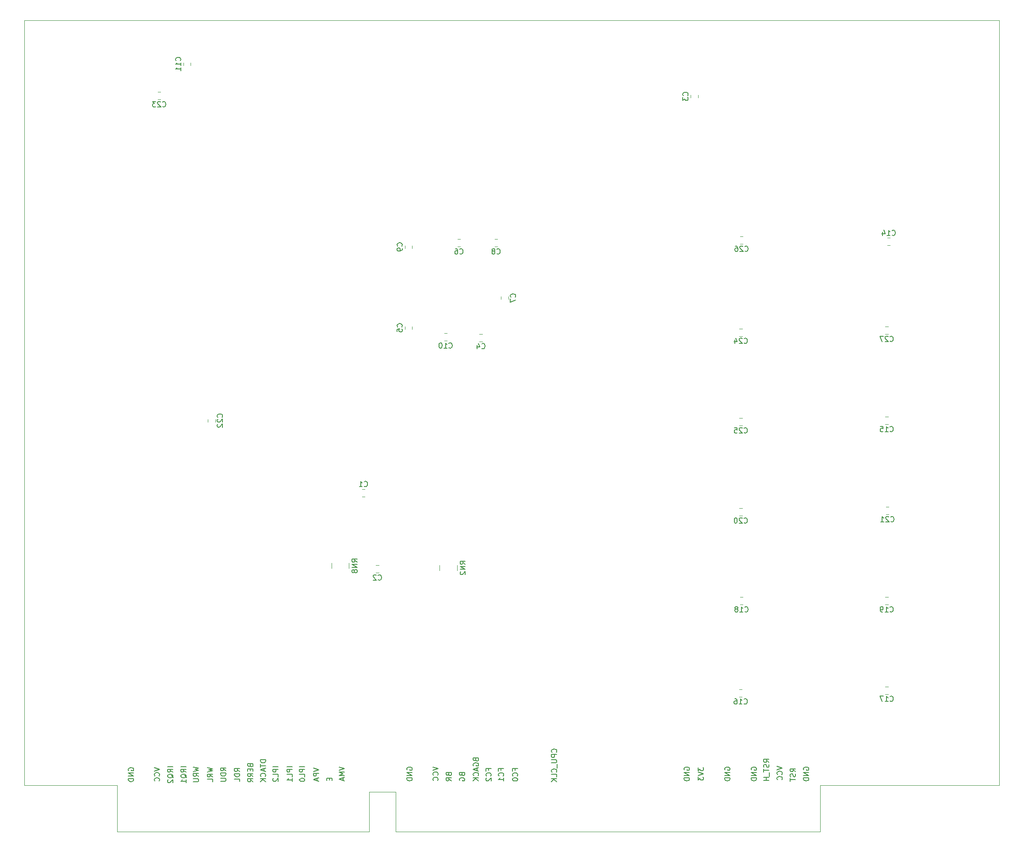
<source format=gbr>
%TF.GenerationSoftware,KiCad,Pcbnew,5.1.6-c6e7f7d~86~ubuntu18.04.1*%
%TF.CreationDate,2021-01-31T21:38:44+08:00*%
%TF.ProjectId,68k_dev,36386b5f-6465-4762-9e6b-696361645f70,rev?*%
%TF.SameCoordinates,Original*%
%TF.FileFunction,Legend,Bot*%
%TF.FilePolarity,Positive*%
%FSLAX46Y46*%
G04 Gerber Fmt 4.6, Leading zero omitted, Abs format (unit mm)*
G04 Created by KiCad (PCBNEW 5.1.6-c6e7f7d~86~ubuntu18.04.1) date 2021-01-31 21:38:44*
%MOMM*%
%LPD*%
G01*
G04 APERTURE LIST*
%ADD10C,0.150000*%
%TA.AperFunction,Profile*%
%ADD11C,0.050000*%
%TD*%
%ADD12C,0.120000*%
G04 APERTURE END LIST*
D10*
X158948380Y-155138619D02*
X158472190Y-154805285D01*
X158948380Y-154567190D02*
X157948380Y-154567190D01*
X157948380Y-154948142D01*
X157996000Y-155043380D01*
X158043619Y-155091000D01*
X158138857Y-155138619D01*
X158281714Y-155138619D01*
X158376952Y-155091000D01*
X158424571Y-155043380D01*
X158472190Y-154948142D01*
X158472190Y-154567190D01*
X158900761Y-155519571D02*
X158948380Y-155662428D01*
X158948380Y-155900523D01*
X158900761Y-155995761D01*
X158853142Y-156043380D01*
X158757904Y-156091000D01*
X158662666Y-156091000D01*
X158567428Y-156043380D01*
X158519809Y-155995761D01*
X158472190Y-155900523D01*
X158424571Y-155710047D01*
X158376952Y-155614809D01*
X158329333Y-155567190D01*
X158234095Y-155519571D01*
X158138857Y-155519571D01*
X158043619Y-155567190D01*
X157996000Y-155614809D01*
X157948380Y-155710047D01*
X157948380Y-155948142D01*
X157996000Y-156091000D01*
X157948380Y-156376714D02*
X157948380Y-156948142D01*
X158948380Y-156662428D02*
X157948380Y-156662428D01*
X159043619Y-157043380D02*
X159043619Y-157805285D01*
X158948380Y-158043380D02*
X157948380Y-158043380D01*
X158424571Y-158043380D02*
X158424571Y-158614809D01*
X158948380Y-158614809D02*
X157948380Y-158614809D01*
X160488380Y-155892666D02*
X161488380Y-156226000D01*
X160488380Y-156559333D01*
X161393142Y-157464095D02*
X161440761Y-157416476D01*
X161488380Y-157273619D01*
X161488380Y-157178380D01*
X161440761Y-157035523D01*
X161345523Y-156940285D01*
X161250285Y-156892666D01*
X161059809Y-156845047D01*
X160916952Y-156845047D01*
X160726476Y-156892666D01*
X160631238Y-156940285D01*
X160536000Y-157035523D01*
X160488380Y-157178380D01*
X160488380Y-157273619D01*
X160536000Y-157416476D01*
X160583619Y-157464095D01*
X161393142Y-158464095D02*
X161440761Y-158416476D01*
X161488380Y-158273619D01*
X161488380Y-158178380D01*
X161440761Y-158035523D01*
X161345523Y-157940285D01*
X161250285Y-157892666D01*
X161059809Y-157845047D01*
X160916952Y-157845047D01*
X160726476Y-157892666D01*
X160631238Y-157940285D01*
X160536000Y-158035523D01*
X160488380Y-158178380D01*
X160488380Y-158273619D01*
X160536000Y-158416476D01*
X160583619Y-158464095D01*
X164028380Y-156932380D02*
X163552190Y-156599047D01*
X164028380Y-156360952D02*
X163028380Y-156360952D01*
X163028380Y-156741904D01*
X163076000Y-156837142D01*
X163123619Y-156884761D01*
X163218857Y-156932380D01*
X163361714Y-156932380D01*
X163456952Y-156884761D01*
X163504571Y-156837142D01*
X163552190Y-156741904D01*
X163552190Y-156360952D01*
X163980761Y-157313333D02*
X164028380Y-157456190D01*
X164028380Y-157694285D01*
X163980761Y-157789523D01*
X163933142Y-157837142D01*
X163837904Y-157884761D01*
X163742666Y-157884761D01*
X163647428Y-157837142D01*
X163599809Y-157789523D01*
X163552190Y-157694285D01*
X163504571Y-157503809D01*
X163456952Y-157408571D01*
X163409333Y-157360952D01*
X163314095Y-157313333D01*
X163218857Y-157313333D01*
X163123619Y-157360952D01*
X163076000Y-157408571D01*
X163028380Y-157503809D01*
X163028380Y-157741904D01*
X163076000Y-157884761D01*
X163028380Y-158170476D02*
X163028380Y-158741904D01*
X164028380Y-158456190D02*
X163028380Y-158456190D01*
X165616000Y-156591095D02*
X165568380Y-156495857D01*
X165568380Y-156353000D01*
X165616000Y-156210142D01*
X165711238Y-156114904D01*
X165806476Y-156067285D01*
X165996952Y-156019666D01*
X166139809Y-156019666D01*
X166330285Y-156067285D01*
X166425523Y-156114904D01*
X166520761Y-156210142D01*
X166568380Y-156353000D01*
X166568380Y-156448238D01*
X166520761Y-156591095D01*
X166473142Y-156638714D01*
X166139809Y-156638714D01*
X166139809Y-156448238D01*
X166568380Y-157067285D02*
X165568380Y-157067285D01*
X166568380Y-157638714D01*
X165568380Y-157638714D01*
X166568380Y-158114904D02*
X165568380Y-158114904D01*
X165568380Y-158353000D01*
X165616000Y-158495857D01*
X165711238Y-158591095D01*
X165806476Y-158638714D01*
X165996952Y-158686333D01*
X166139809Y-158686333D01*
X166330285Y-158638714D01*
X166425523Y-158591095D01*
X166520761Y-158495857D01*
X166568380Y-158353000D01*
X166568380Y-158114904D01*
X155583000Y-156591095D02*
X155535380Y-156495857D01*
X155535380Y-156353000D01*
X155583000Y-156210142D01*
X155678238Y-156114904D01*
X155773476Y-156067285D01*
X155963952Y-156019666D01*
X156106809Y-156019666D01*
X156297285Y-156067285D01*
X156392523Y-156114904D01*
X156487761Y-156210142D01*
X156535380Y-156353000D01*
X156535380Y-156448238D01*
X156487761Y-156591095D01*
X156440142Y-156638714D01*
X156106809Y-156638714D01*
X156106809Y-156448238D01*
X156535380Y-157067285D02*
X155535380Y-157067285D01*
X156535380Y-157638714D01*
X155535380Y-157638714D01*
X156535380Y-158114904D02*
X155535380Y-158114904D01*
X155535380Y-158353000D01*
X155583000Y-158495857D01*
X155678238Y-158591095D01*
X155773476Y-158638714D01*
X155963952Y-158686333D01*
X156106809Y-158686333D01*
X156297285Y-158638714D01*
X156392523Y-158591095D01*
X156487761Y-158495857D01*
X156535380Y-158353000D01*
X156535380Y-158114904D01*
X150503000Y-156591095D02*
X150455380Y-156495857D01*
X150455380Y-156353000D01*
X150503000Y-156210142D01*
X150598238Y-156114904D01*
X150693476Y-156067285D01*
X150883952Y-156019666D01*
X151026809Y-156019666D01*
X151217285Y-156067285D01*
X151312523Y-156114904D01*
X151407761Y-156210142D01*
X151455380Y-156353000D01*
X151455380Y-156448238D01*
X151407761Y-156591095D01*
X151360142Y-156638714D01*
X151026809Y-156638714D01*
X151026809Y-156448238D01*
X151455380Y-157067285D02*
X150455380Y-157067285D01*
X151455380Y-157638714D01*
X150455380Y-157638714D01*
X151455380Y-158114904D02*
X150455380Y-158114904D01*
X150455380Y-158353000D01*
X150503000Y-158495857D01*
X150598238Y-158591095D01*
X150693476Y-158638714D01*
X150883952Y-158686333D01*
X151026809Y-158686333D01*
X151217285Y-158638714D01*
X151312523Y-158591095D01*
X151407761Y-158495857D01*
X151455380Y-158353000D01*
X151455380Y-158114904D01*
X145375380Y-156114904D02*
X145375380Y-156733952D01*
X145756333Y-156400619D01*
X145756333Y-156543476D01*
X145803952Y-156638714D01*
X145851571Y-156686333D01*
X145946809Y-156733952D01*
X146184904Y-156733952D01*
X146280142Y-156686333D01*
X146327761Y-156638714D01*
X146375380Y-156543476D01*
X146375380Y-156257761D01*
X146327761Y-156162523D01*
X146280142Y-156114904D01*
X145375380Y-157019666D02*
X146375380Y-157353000D01*
X145375380Y-157686333D01*
X145375380Y-157924428D02*
X145375380Y-158543476D01*
X145756333Y-158210142D01*
X145756333Y-158353000D01*
X145803952Y-158448238D01*
X145851571Y-158495857D01*
X145946809Y-158543476D01*
X146184904Y-158543476D01*
X146280142Y-158495857D01*
X146327761Y-158448238D01*
X146375380Y-158353000D01*
X146375380Y-158067285D01*
X146327761Y-157972047D01*
X146280142Y-157924428D01*
X142756000Y-156591095D02*
X142708380Y-156495857D01*
X142708380Y-156353000D01*
X142756000Y-156210142D01*
X142851238Y-156114904D01*
X142946476Y-156067285D01*
X143136952Y-156019666D01*
X143279809Y-156019666D01*
X143470285Y-156067285D01*
X143565523Y-156114904D01*
X143660761Y-156210142D01*
X143708380Y-156353000D01*
X143708380Y-156448238D01*
X143660761Y-156591095D01*
X143613142Y-156638714D01*
X143279809Y-156638714D01*
X143279809Y-156448238D01*
X143708380Y-157067285D02*
X142708380Y-157067285D01*
X143708380Y-157638714D01*
X142708380Y-157638714D01*
X143708380Y-158114904D02*
X142708380Y-158114904D01*
X142708380Y-158353000D01*
X142756000Y-158495857D01*
X142851238Y-158591095D01*
X142946476Y-158638714D01*
X143136952Y-158686333D01*
X143279809Y-158686333D01*
X143470285Y-158638714D01*
X143565523Y-158591095D01*
X143660761Y-158495857D01*
X143708380Y-158353000D01*
X143708380Y-158114904D01*
X118213142Y-153202000D02*
X118260761Y-153154380D01*
X118308380Y-153011523D01*
X118308380Y-152916285D01*
X118260761Y-152773428D01*
X118165523Y-152678190D01*
X118070285Y-152630571D01*
X117879809Y-152582952D01*
X117736952Y-152582952D01*
X117546476Y-152630571D01*
X117451238Y-152678190D01*
X117356000Y-152773428D01*
X117308380Y-152916285D01*
X117308380Y-153011523D01*
X117356000Y-153154380D01*
X117403619Y-153202000D01*
X118308380Y-153630571D02*
X117308380Y-153630571D01*
X117308380Y-154011523D01*
X117356000Y-154106761D01*
X117403619Y-154154380D01*
X117498857Y-154202000D01*
X117641714Y-154202000D01*
X117736952Y-154154380D01*
X117784571Y-154106761D01*
X117832190Y-154011523D01*
X117832190Y-153630571D01*
X117308380Y-154630571D02*
X118117904Y-154630571D01*
X118213142Y-154678190D01*
X118260761Y-154725809D01*
X118308380Y-154821047D01*
X118308380Y-155011523D01*
X118260761Y-155106761D01*
X118213142Y-155154380D01*
X118117904Y-155202000D01*
X117308380Y-155202000D01*
X118403619Y-155440095D02*
X118403619Y-156202000D01*
X118213142Y-157011523D02*
X118260761Y-156963904D01*
X118308380Y-156821047D01*
X118308380Y-156725809D01*
X118260761Y-156582952D01*
X118165523Y-156487714D01*
X118070285Y-156440095D01*
X117879809Y-156392476D01*
X117736952Y-156392476D01*
X117546476Y-156440095D01*
X117451238Y-156487714D01*
X117356000Y-156582952D01*
X117308380Y-156725809D01*
X117308380Y-156821047D01*
X117356000Y-156963904D01*
X117403619Y-157011523D01*
X118308380Y-157916285D02*
X118308380Y-157440095D01*
X117308380Y-157440095D01*
X118308380Y-158249619D02*
X117308380Y-158249619D01*
X118308380Y-158821047D02*
X117736952Y-158392476D01*
X117308380Y-158821047D02*
X117879809Y-158249619D01*
X110291571Y-156646666D02*
X110291571Y-156313333D01*
X110815380Y-156313333D02*
X109815380Y-156313333D01*
X109815380Y-156789523D01*
X110720142Y-157741904D02*
X110767761Y-157694285D01*
X110815380Y-157551428D01*
X110815380Y-157456190D01*
X110767761Y-157313333D01*
X110672523Y-157218095D01*
X110577285Y-157170476D01*
X110386809Y-157122857D01*
X110243952Y-157122857D01*
X110053476Y-157170476D01*
X109958238Y-157218095D01*
X109863000Y-157313333D01*
X109815380Y-157456190D01*
X109815380Y-157551428D01*
X109863000Y-157694285D01*
X109910619Y-157741904D01*
X109815380Y-158360952D02*
X109815380Y-158456190D01*
X109863000Y-158551428D01*
X109910619Y-158599047D01*
X110005857Y-158646666D01*
X110196333Y-158694285D01*
X110434428Y-158694285D01*
X110624904Y-158646666D01*
X110720142Y-158599047D01*
X110767761Y-158551428D01*
X110815380Y-158456190D01*
X110815380Y-158360952D01*
X110767761Y-158265714D01*
X110720142Y-158218095D01*
X110624904Y-158170476D01*
X110434428Y-158122857D01*
X110196333Y-158122857D01*
X110005857Y-158170476D01*
X109910619Y-158218095D01*
X109863000Y-158265714D01*
X109815380Y-158360952D01*
X107624571Y-156646666D02*
X107624571Y-156313333D01*
X108148380Y-156313333D02*
X107148380Y-156313333D01*
X107148380Y-156789523D01*
X108053142Y-157741904D02*
X108100761Y-157694285D01*
X108148380Y-157551428D01*
X108148380Y-157456190D01*
X108100761Y-157313333D01*
X108005523Y-157218095D01*
X107910285Y-157170476D01*
X107719809Y-157122857D01*
X107576952Y-157122857D01*
X107386476Y-157170476D01*
X107291238Y-157218095D01*
X107196000Y-157313333D01*
X107148380Y-157456190D01*
X107148380Y-157551428D01*
X107196000Y-157694285D01*
X107243619Y-157741904D01*
X108148380Y-158694285D02*
X108148380Y-158122857D01*
X108148380Y-158408571D02*
X107148380Y-158408571D01*
X107291238Y-158313333D01*
X107386476Y-158218095D01*
X107434095Y-158122857D01*
X105211571Y-156646666D02*
X105211571Y-156313333D01*
X105735380Y-156313333D02*
X104735380Y-156313333D01*
X104735380Y-156789523D01*
X105640142Y-157741904D02*
X105687761Y-157694285D01*
X105735380Y-157551428D01*
X105735380Y-157456190D01*
X105687761Y-157313333D01*
X105592523Y-157218095D01*
X105497285Y-157170476D01*
X105306809Y-157122857D01*
X105163952Y-157122857D01*
X104973476Y-157170476D01*
X104878238Y-157218095D01*
X104783000Y-157313333D01*
X104735380Y-157456190D01*
X104735380Y-157551428D01*
X104783000Y-157694285D01*
X104830619Y-157741904D01*
X104830619Y-158122857D02*
X104783000Y-158170476D01*
X104735380Y-158265714D01*
X104735380Y-158503809D01*
X104783000Y-158599047D01*
X104830619Y-158646666D01*
X104925857Y-158694285D01*
X105021095Y-158694285D01*
X105163952Y-158646666D01*
X105735380Y-158075238D01*
X105735380Y-158694285D01*
X102798571Y-154606857D02*
X102846190Y-154749714D01*
X102893809Y-154797333D01*
X102989047Y-154844952D01*
X103131904Y-154844952D01*
X103227142Y-154797333D01*
X103274761Y-154749714D01*
X103322380Y-154654476D01*
X103322380Y-154273523D01*
X102322380Y-154273523D01*
X102322380Y-154606857D01*
X102370000Y-154702095D01*
X102417619Y-154749714D01*
X102512857Y-154797333D01*
X102608095Y-154797333D01*
X102703333Y-154749714D01*
X102750952Y-154702095D01*
X102798571Y-154606857D01*
X102798571Y-154273523D01*
X102370000Y-155797333D02*
X102322380Y-155702095D01*
X102322380Y-155559238D01*
X102370000Y-155416380D01*
X102465238Y-155321142D01*
X102560476Y-155273523D01*
X102750952Y-155225904D01*
X102893809Y-155225904D01*
X103084285Y-155273523D01*
X103179523Y-155321142D01*
X103274761Y-155416380D01*
X103322380Y-155559238D01*
X103322380Y-155654476D01*
X103274761Y-155797333D01*
X103227142Y-155844952D01*
X102893809Y-155844952D01*
X102893809Y-155654476D01*
X103036666Y-156225904D02*
X103036666Y-156702095D01*
X103322380Y-156130666D02*
X102322380Y-156464000D01*
X103322380Y-156797333D01*
X103227142Y-157702095D02*
X103274761Y-157654476D01*
X103322380Y-157511619D01*
X103322380Y-157416380D01*
X103274761Y-157273523D01*
X103179523Y-157178285D01*
X103084285Y-157130666D01*
X102893809Y-157083047D01*
X102750952Y-157083047D01*
X102560476Y-157130666D01*
X102465238Y-157178285D01*
X102370000Y-157273523D01*
X102322380Y-157416380D01*
X102322380Y-157511619D01*
X102370000Y-157654476D01*
X102417619Y-157702095D01*
X103322380Y-158130666D02*
X102322380Y-158130666D01*
X103322380Y-158702095D02*
X102750952Y-158273523D01*
X102322380Y-158702095D02*
X102893809Y-158130666D01*
X100131571Y-157432428D02*
X100179190Y-157575285D01*
X100226809Y-157622904D01*
X100322047Y-157670523D01*
X100464904Y-157670523D01*
X100560142Y-157622904D01*
X100607761Y-157575285D01*
X100655380Y-157480047D01*
X100655380Y-157099095D01*
X99655380Y-157099095D01*
X99655380Y-157432428D01*
X99703000Y-157527666D01*
X99750619Y-157575285D01*
X99845857Y-157622904D01*
X99941095Y-157622904D01*
X100036333Y-157575285D01*
X100083952Y-157527666D01*
X100131571Y-157432428D01*
X100131571Y-157099095D01*
X99703000Y-158622904D02*
X99655380Y-158527666D01*
X99655380Y-158384809D01*
X99703000Y-158241952D01*
X99798238Y-158146714D01*
X99893476Y-158099095D01*
X100083952Y-158051476D01*
X100226809Y-158051476D01*
X100417285Y-158099095D01*
X100512523Y-158146714D01*
X100607761Y-158241952D01*
X100655380Y-158384809D01*
X100655380Y-158480047D01*
X100607761Y-158622904D01*
X100560142Y-158670523D01*
X100226809Y-158670523D01*
X100226809Y-158480047D01*
X97591571Y-157432428D02*
X97639190Y-157575285D01*
X97686809Y-157622904D01*
X97782047Y-157670523D01*
X97924904Y-157670523D01*
X98020142Y-157622904D01*
X98067761Y-157575285D01*
X98115380Y-157480047D01*
X98115380Y-157099095D01*
X97115380Y-157099095D01*
X97115380Y-157432428D01*
X97163000Y-157527666D01*
X97210619Y-157575285D01*
X97305857Y-157622904D01*
X97401095Y-157622904D01*
X97496333Y-157575285D01*
X97543952Y-157527666D01*
X97591571Y-157432428D01*
X97591571Y-157099095D01*
X98115380Y-158670523D02*
X97639190Y-158337190D01*
X98115380Y-158099095D02*
X97115380Y-158099095D01*
X97115380Y-158480047D01*
X97163000Y-158575285D01*
X97210619Y-158622904D01*
X97305857Y-158670523D01*
X97448714Y-158670523D01*
X97543952Y-158622904D01*
X97591571Y-158575285D01*
X97639190Y-158480047D01*
X97639190Y-158099095D01*
X94575380Y-156019666D02*
X95575380Y-156353000D01*
X94575380Y-156686333D01*
X95480142Y-157591095D02*
X95527761Y-157543476D01*
X95575380Y-157400619D01*
X95575380Y-157305380D01*
X95527761Y-157162523D01*
X95432523Y-157067285D01*
X95337285Y-157019666D01*
X95146809Y-156972047D01*
X95003952Y-156972047D01*
X94813476Y-157019666D01*
X94718238Y-157067285D01*
X94623000Y-157162523D01*
X94575380Y-157305380D01*
X94575380Y-157400619D01*
X94623000Y-157543476D01*
X94670619Y-157591095D01*
X95480142Y-158591095D02*
X95527761Y-158543476D01*
X95575380Y-158400619D01*
X95575380Y-158305380D01*
X95527761Y-158162523D01*
X95432523Y-158067285D01*
X95337285Y-158019666D01*
X95146809Y-157972047D01*
X95003952Y-157972047D01*
X94813476Y-158019666D01*
X94718238Y-158067285D01*
X94623000Y-158162523D01*
X94575380Y-158305380D01*
X94575380Y-158400619D01*
X94623000Y-158543476D01*
X94670619Y-158591095D01*
X89670000Y-156591095D02*
X89622380Y-156495857D01*
X89622380Y-156353000D01*
X89670000Y-156210142D01*
X89765238Y-156114904D01*
X89860476Y-156067285D01*
X90050952Y-156019666D01*
X90193809Y-156019666D01*
X90384285Y-156067285D01*
X90479523Y-156114904D01*
X90574761Y-156210142D01*
X90622380Y-156353000D01*
X90622380Y-156448238D01*
X90574761Y-156591095D01*
X90527142Y-156638714D01*
X90193809Y-156638714D01*
X90193809Y-156448238D01*
X90622380Y-157067285D02*
X89622380Y-157067285D01*
X90622380Y-157638714D01*
X89622380Y-157638714D01*
X90622380Y-158114904D02*
X89622380Y-158114904D01*
X89622380Y-158353000D01*
X89670000Y-158495857D01*
X89765238Y-158591095D01*
X89860476Y-158638714D01*
X90050952Y-158686333D01*
X90193809Y-158686333D01*
X90384285Y-158638714D01*
X90479523Y-158591095D01*
X90574761Y-158495857D01*
X90622380Y-158353000D01*
X90622380Y-158114904D01*
X76668380Y-156019666D02*
X77668380Y-156353000D01*
X76668380Y-156686333D01*
X77668380Y-157019666D02*
X76668380Y-157019666D01*
X77382666Y-157353000D01*
X76668380Y-157686333D01*
X77668380Y-157686333D01*
X77382666Y-158114904D02*
X77382666Y-158591095D01*
X77668380Y-158019666D02*
X76668380Y-158353000D01*
X77668380Y-158686333D01*
X74731571Y-158154714D02*
X74731571Y-158488047D01*
X75255380Y-158630904D02*
X75255380Y-158154714D01*
X74255380Y-158154714D01*
X74255380Y-158630904D01*
X71715380Y-156218095D02*
X72715380Y-156551428D01*
X71715380Y-156884761D01*
X72715380Y-157218095D02*
X71715380Y-157218095D01*
X71715380Y-157599047D01*
X71763000Y-157694285D01*
X71810619Y-157741904D01*
X71905857Y-157789523D01*
X72048714Y-157789523D01*
X72143952Y-157741904D01*
X72191571Y-157694285D01*
X72239190Y-157599047D01*
X72239190Y-157218095D01*
X72429666Y-158170476D02*
X72429666Y-158646666D01*
X72715380Y-158075238D02*
X71715380Y-158408571D01*
X72715380Y-158741904D01*
X70048380Y-155972047D02*
X69048380Y-155972047D01*
X70048380Y-156448238D02*
X69048380Y-156448238D01*
X69048380Y-156829190D01*
X69096000Y-156924428D01*
X69143619Y-156972047D01*
X69238857Y-157019666D01*
X69381714Y-157019666D01*
X69476952Y-156972047D01*
X69524571Y-156924428D01*
X69572190Y-156829190D01*
X69572190Y-156448238D01*
X70048380Y-157924428D02*
X70048380Y-157448238D01*
X69048380Y-157448238D01*
X69048380Y-158448238D02*
X69048380Y-158543476D01*
X69096000Y-158638714D01*
X69143619Y-158686333D01*
X69238857Y-158733952D01*
X69429333Y-158781571D01*
X69667428Y-158781571D01*
X69857904Y-158733952D01*
X69953142Y-158686333D01*
X70000761Y-158638714D01*
X70048380Y-158543476D01*
X70048380Y-158448238D01*
X70000761Y-158353000D01*
X69953142Y-158305380D01*
X69857904Y-158257761D01*
X69667428Y-158210142D01*
X69429333Y-158210142D01*
X69238857Y-158257761D01*
X69143619Y-158305380D01*
X69096000Y-158353000D01*
X69048380Y-158448238D01*
X67635380Y-155972047D02*
X66635380Y-155972047D01*
X67635380Y-156448238D02*
X66635380Y-156448238D01*
X66635380Y-156829190D01*
X66683000Y-156924428D01*
X66730619Y-156972047D01*
X66825857Y-157019666D01*
X66968714Y-157019666D01*
X67063952Y-156972047D01*
X67111571Y-156924428D01*
X67159190Y-156829190D01*
X67159190Y-156448238D01*
X67635380Y-157924428D02*
X67635380Y-157448238D01*
X66635380Y-157448238D01*
X67635380Y-158781571D02*
X67635380Y-158210142D01*
X67635380Y-158495857D02*
X66635380Y-158495857D01*
X66778238Y-158400619D01*
X66873476Y-158305380D01*
X66921095Y-158210142D01*
X64968380Y-155972047D02*
X63968380Y-155972047D01*
X64968380Y-156448238D02*
X63968380Y-156448238D01*
X63968380Y-156829190D01*
X64016000Y-156924428D01*
X64063619Y-156972047D01*
X64158857Y-157019666D01*
X64301714Y-157019666D01*
X64396952Y-156972047D01*
X64444571Y-156924428D01*
X64492190Y-156829190D01*
X64492190Y-156448238D01*
X64968380Y-157924428D02*
X64968380Y-157448238D01*
X63968380Y-157448238D01*
X64063619Y-158210142D02*
X64016000Y-158257761D01*
X63968380Y-158353000D01*
X63968380Y-158591095D01*
X64016000Y-158686333D01*
X64063619Y-158733952D01*
X64158857Y-158781571D01*
X64254095Y-158781571D01*
X64396952Y-158733952D01*
X64968380Y-158162523D01*
X64968380Y-158781571D01*
X62555380Y-154646571D02*
X61555380Y-154646571D01*
X61555380Y-154884666D01*
X61603000Y-155027523D01*
X61698238Y-155122761D01*
X61793476Y-155170380D01*
X61983952Y-155218000D01*
X62126809Y-155218000D01*
X62317285Y-155170380D01*
X62412523Y-155122761D01*
X62507761Y-155027523D01*
X62555380Y-154884666D01*
X62555380Y-154646571D01*
X61555380Y-155503714D02*
X61555380Y-156075142D01*
X62555380Y-155789428D02*
X61555380Y-155789428D01*
X62269666Y-156360857D02*
X62269666Y-156837047D01*
X62555380Y-156265619D02*
X61555380Y-156598952D01*
X62555380Y-156932285D01*
X62460142Y-157837047D02*
X62507761Y-157789428D01*
X62555380Y-157646571D01*
X62555380Y-157551333D01*
X62507761Y-157408476D01*
X62412523Y-157313238D01*
X62317285Y-157265619D01*
X62126809Y-157218000D01*
X61983952Y-157218000D01*
X61793476Y-157265619D01*
X61698238Y-157313238D01*
X61603000Y-157408476D01*
X61555380Y-157551333D01*
X61555380Y-157646571D01*
X61603000Y-157789428D01*
X61650619Y-157837047D01*
X62555380Y-158265619D02*
X61555380Y-158265619D01*
X62555380Y-158837047D02*
X61983952Y-158408476D01*
X61555380Y-158837047D02*
X62126809Y-158265619D01*
X59618571Y-155718047D02*
X59666190Y-155860904D01*
X59713809Y-155908523D01*
X59809047Y-155956142D01*
X59951904Y-155956142D01*
X60047142Y-155908523D01*
X60094761Y-155860904D01*
X60142380Y-155765666D01*
X60142380Y-155384714D01*
X59142380Y-155384714D01*
X59142380Y-155718047D01*
X59190000Y-155813285D01*
X59237619Y-155860904D01*
X59332857Y-155908523D01*
X59428095Y-155908523D01*
X59523333Y-155860904D01*
X59570952Y-155813285D01*
X59618571Y-155718047D01*
X59618571Y-155384714D01*
X59618571Y-156384714D02*
X59618571Y-156718047D01*
X60142380Y-156860904D02*
X60142380Y-156384714D01*
X59142380Y-156384714D01*
X59142380Y-156860904D01*
X60142380Y-157860904D02*
X59666190Y-157527571D01*
X60142380Y-157289476D02*
X59142380Y-157289476D01*
X59142380Y-157670428D01*
X59190000Y-157765666D01*
X59237619Y-157813285D01*
X59332857Y-157860904D01*
X59475714Y-157860904D01*
X59570952Y-157813285D01*
X59618571Y-157765666D01*
X59666190Y-157670428D01*
X59666190Y-157289476D01*
X60142380Y-158860904D02*
X59666190Y-158527571D01*
X60142380Y-158289476D02*
X59142380Y-158289476D01*
X59142380Y-158670428D01*
X59190000Y-158765666D01*
X59237619Y-158813285D01*
X59332857Y-158860904D01*
X59475714Y-158860904D01*
X59570952Y-158813285D01*
X59618571Y-158765666D01*
X59666190Y-158670428D01*
X59666190Y-158289476D01*
X57602380Y-156884761D02*
X57126190Y-156551428D01*
X57602380Y-156313333D02*
X56602380Y-156313333D01*
X56602380Y-156694285D01*
X56650000Y-156789523D01*
X56697619Y-156837142D01*
X56792857Y-156884761D01*
X56935714Y-156884761D01*
X57030952Y-156837142D01*
X57078571Y-156789523D01*
X57126190Y-156694285D01*
X57126190Y-156313333D01*
X57602380Y-157313333D02*
X56602380Y-157313333D01*
X56602380Y-157551428D01*
X56650000Y-157694285D01*
X56745238Y-157789523D01*
X56840476Y-157837142D01*
X57030952Y-157884761D01*
X57173809Y-157884761D01*
X57364285Y-157837142D01*
X57459523Y-157789523D01*
X57554761Y-157694285D01*
X57602380Y-157551428D01*
X57602380Y-157313333D01*
X57602380Y-158789523D02*
X57602380Y-158313333D01*
X56602380Y-158313333D01*
X54935380Y-156765714D02*
X54459190Y-156432380D01*
X54935380Y-156194285D02*
X53935380Y-156194285D01*
X53935380Y-156575238D01*
X53983000Y-156670476D01*
X54030619Y-156718095D01*
X54125857Y-156765714D01*
X54268714Y-156765714D01*
X54363952Y-156718095D01*
X54411571Y-156670476D01*
X54459190Y-156575238D01*
X54459190Y-156194285D01*
X54935380Y-157194285D02*
X53935380Y-157194285D01*
X53935380Y-157432380D01*
X53983000Y-157575238D01*
X54078238Y-157670476D01*
X54173476Y-157718095D01*
X54363952Y-157765714D01*
X54506809Y-157765714D01*
X54697285Y-157718095D01*
X54792523Y-157670476D01*
X54887761Y-157575238D01*
X54935380Y-157432380D01*
X54935380Y-157194285D01*
X53935380Y-158194285D02*
X54744904Y-158194285D01*
X54840142Y-158241904D01*
X54887761Y-158289523D01*
X54935380Y-158384761D01*
X54935380Y-158575238D01*
X54887761Y-158670476D01*
X54840142Y-158718095D01*
X54744904Y-158765714D01*
X53935380Y-158765714D01*
X51395380Y-156146666D02*
X52395380Y-156384761D01*
X51681095Y-156575238D01*
X52395380Y-156765714D01*
X51395380Y-157003809D01*
X52395380Y-157956190D02*
X51919190Y-157622857D01*
X52395380Y-157384761D02*
X51395380Y-157384761D01*
X51395380Y-157765714D01*
X51443000Y-157860952D01*
X51490619Y-157908571D01*
X51585857Y-157956190D01*
X51728714Y-157956190D01*
X51823952Y-157908571D01*
X51871571Y-157860952D01*
X51919190Y-157765714D01*
X51919190Y-157384761D01*
X52395380Y-158860952D02*
X52395380Y-158384761D01*
X51395380Y-158384761D01*
X48728380Y-156027619D02*
X49728380Y-156265714D01*
X49014095Y-156456190D01*
X49728380Y-156646666D01*
X48728380Y-156884761D01*
X49728380Y-157837142D02*
X49252190Y-157503809D01*
X49728380Y-157265714D02*
X48728380Y-157265714D01*
X48728380Y-157646666D01*
X48776000Y-157741904D01*
X48823619Y-157789523D01*
X48918857Y-157837142D01*
X49061714Y-157837142D01*
X49156952Y-157789523D01*
X49204571Y-157741904D01*
X49252190Y-157646666D01*
X49252190Y-157265714D01*
X48728380Y-158265714D02*
X49537904Y-158265714D01*
X49633142Y-158313333D01*
X49680761Y-158360952D01*
X49728380Y-158456190D01*
X49728380Y-158646666D01*
X49680761Y-158741904D01*
X49633142Y-158789523D01*
X49537904Y-158837142D01*
X48728380Y-158837142D01*
X47315380Y-155980000D02*
X46315380Y-155980000D01*
X47315380Y-157027619D02*
X46839190Y-156694285D01*
X47315380Y-156456190D02*
X46315380Y-156456190D01*
X46315380Y-156837142D01*
X46363000Y-156932380D01*
X46410619Y-156980000D01*
X46505857Y-157027619D01*
X46648714Y-157027619D01*
X46743952Y-156980000D01*
X46791571Y-156932380D01*
X46839190Y-156837142D01*
X46839190Y-156456190D01*
X47410619Y-158122857D02*
X47363000Y-158027619D01*
X47267761Y-157932380D01*
X47124904Y-157789523D01*
X47077285Y-157694285D01*
X47077285Y-157599047D01*
X47315380Y-157646666D02*
X47267761Y-157551428D01*
X47172523Y-157456190D01*
X46982047Y-157408571D01*
X46648714Y-157408571D01*
X46458238Y-157456190D01*
X46363000Y-157551428D01*
X46315380Y-157646666D01*
X46315380Y-157837142D01*
X46363000Y-157932380D01*
X46458238Y-158027619D01*
X46648714Y-158075238D01*
X46982047Y-158075238D01*
X47172523Y-158027619D01*
X47267761Y-157932380D01*
X47315380Y-157837142D01*
X47315380Y-157646666D01*
X47315380Y-159027619D02*
X47315380Y-158456190D01*
X47315380Y-158741904D02*
X46315380Y-158741904D01*
X46458238Y-158646666D01*
X46553476Y-158551428D01*
X46601095Y-158456190D01*
X44775380Y-155980000D02*
X43775380Y-155980000D01*
X44775380Y-157027619D02*
X44299190Y-156694285D01*
X44775380Y-156456190D02*
X43775380Y-156456190D01*
X43775380Y-156837142D01*
X43823000Y-156932380D01*
X43870619Y-156980000D01*
X43965857Y-157027619D01*
X44108714Y-157027619D01*
X44203952Y-156980000D01*
X44251571Y-156932380D01*
X44299190Y-156837142D01*
X44299190Y-156456190D01*
X44870619Y-158122857D02*
X44823000Y-158027619D01*
X44727761Y-157932380D01*
X44584904Y-157789523D01*
X44537285Y-157694285D01*
X44537285Y-157599047D01*
X44775380Y-157646666D02*
X44727761Y-157551428D01*
X44632523Y-157456190D01*
X44442047Y-157408571D01*
X44108714Y-157408571D01*
X43918238Y-157456190D01*
X43823000Y-157551428D01*
X43775380Y-157646666D01*
X43775380Y-157837142D01*
X43823000Y-157932380D01*
X43918238Y-158027619D01*
X44108714Y-158075238D01*
X44442047Y-158075238D01*
X44632523Y-158027619D01*
X44727761Y-157932380D01*
X44775380Y-157837142D01*
X44775380Y-157646666D01*
X43870619Y-158456190D02*
X43823000Y-158503809D01*
X43775380Y-158599047D01*
X43775380Y-158837142D01*
X43823000Y-158932380D01*
X43870619Y-158980000D01*
X43965857Y-159027619D01*
X44061095Y-159027619D01*
X44203952Y-158980000D01*
X44775380Y-158408571D01*
X44775380Y-159027619D01*
X41235380Y-156146666D02*
X42235380Y-156480000D01*
X41235380Y-156813333D01*
X42140142Y-157718095D02*
X42187761Y-157670476D01*
X42235380Y-157527619D01*
X42235380Y-157432380D01*
X42187761Y-157289523D01*
X42092523Y-157194285D01*
X41997285Y-157146666D01*
X41806809Y-157099047D01*
X41663952Y-157099047D01*
X41473476Y-157146666D01*
X41378238Y-157194285D01*
X41283000Y-157289523D01*
X41235380Y-157432380D01*
X41235380Y-157527619D01*
X41283000Y-157670476D01*
X41330619Y-157718095D01*
X42140142Y-158718095D02*
X42187761Y-158670476D01*
X42235380Y-158527619D01*
X42235380Y-158432380D01*
X42187761Y-158289523D01*
X42092523Y-158194285D01*
X41997285Y-158146666D01*
X41806809Y-158099047D01*
X41663952Y-158099047D01*
X41473476Y-158146666D01*
X41378238Y-158194285D01*
X41283000Y-158289523D01*
X41235380Y-158432380D01*
X41235380Y-158527619D01*
X41283000Y-158670476D01*
X41330619Y-158718095D01*
X36330000Y-156718095D02*
X36282380Y-156622857D01*
X36282380Y-156480000D01*
X36330000Y-156337142D01*
X36425238Y-156241904D01*
X36520476Y-156194285D01*
X36710952Y-156146666D01*
X36853809Y-156146666D01*
X37044285Y-156194285D01*
X37139523Y-156241904D01*
X37234761Y-156337142D01*
X37282380Y-156480000D01*
X37282380Y-156575238D01*
X37234761Y-156718095D01*
X37187142Y-156765714D01*
X36853809Y-156765714D01*
X36853809Y-156575238D01*
X37282380Y-157194285D02*
X36282380Y-157194285D01*
X37282380Y-157765714D01*
X36282380Y-157765714D01*
X37282380Y-158241904D02*
X36282380Y-158241904D01*
X36282380Y-158480000D01*
X36330000Y-158622857D01*
X36425238Y-158718095D01*
X36520476Y-158765714D01*
X36710952Y-158813333D01*
X36853809Y-158813333D01*
X37044285Y-158765714D01*
X37139523Y-158718095D01*
X37234761Y-158622857D01*
X37282380Y-158480000D01*
X37282380Y-158241904D01*
D11*
X34163000Y-159512000D02*
X16383000Y-159512000D01*
X34163000Y-168402000D02*
X34163000Y-159512000D01*
X82423000Y-168402000D02*
X34163000Y-168402000D01*
X82423000Y-160782000D02*
X82423000Y-168402000D01*
X87503000Y-160782000D02*
X82423000Y-160782000D01*
X87503000Y-168402000D02*
X87503000Y-160782000D01*
X168783000Y-168402000D02*
X87503000Y-168402000D01*
X168783000Y-159512000D02*
X168783000Y-168402000D01*
X170053000Y-159512000D02*
X168783000Y-159512000D01*
X16383000Y-13000000D02*
X16383000Y-159512000D01*
X203073000Y-13000000D02*
X16383000Y-13000000D01*
X203073000Y-159512000D02*
X203073000Y-13000000D01*
X170053000Y-159512000D02*
X203073000Y-159512000D01*
D12*
%TO.C,C27*%
X181221748Y-73100000D02*
X181744252Y-73100000D01*
X181221748Y-71680000D02*
X181744252Y-71680000D01*
%TO.C,C26*%
X153408748Y-55828000D02*
X153931252Y-55828000D01*
X153408748Y-54408000D02*
X153931252Y-54408000D01*
%TO.C,C25*%
X153281748Y-90626000D02*
X153804252Y-90626000D01*
X153281748Y-89206000D02*
X153804252Y-89206000D01*
%TO.C,C24*%
X153281748Y-73481000D02*
X153804252Y-73481000D01*
X153281748Y-72061000D02*
X153804252Y-72061000D01*
%TO.C,RN8*%
X78515000Y-116975000D02*
X78515000Y-117975000D01*
X75155000Y-116975000D02*
X75155000Y-117975000D01*
%TO.C,C23*%
X41902748Y-26722000D02*
X42425252Y-26722000D01*
X41902748Y-28142000D02*
X42425252Y-28142000D01*
%TO.C,C22*%
X51487000Y-89923252D02*
X51487000Y-89400748D01*
X52907000Y-89923252D02*
X52907000Y-89400748D01*
%TO.C,C21*%
X181348748Y-106224000D02*
X181871252Y-106224000D01*
X181348748Y-107644000D02*
X181871252Y-107644000D01*
%TO.C,C20*%
X153281748Y-106478000D02*
X153804252Y-106478000D01*
X153281748Y-107898000D02*
X153804252Y-107898000D01*
%TO.C,C19*%
X181221748Y-123496000D02*
X181744252Y-123496000D01*
X181221748Y-124916000D02*
X181744252Y-124916000D01*
%TO.C,C18*%
X153408748Y-123496000D02*
X153931252Y-123496000D01*
X153408748Y-124916000D02*
X153931252Y-124916000D01*
%TO.C,C17*%
X181221748Y-140641000D02*
X181744252Y-140641000D01*
X181221748Y-142061000D02*
X181744252Y-142061000D01*
%TO.C,C16*%
X153272748Y-141149000D02*
X153795252Y-141149000D01*
X153272748Y-142569000D02*
X153795252Y-142569000D01*
%TO.C,C15*%
X181221748Y-88952000D02*
X181744252Y-88952000D01*
X181221748Y-90372000D02*
X181744252Y-90372000D01*
%TO.C,C14*%
X182125252Y-56082000D02*
X181602748Y-56082000D01*
X182125252Y-54662000D02*
X181602748Y-54662000D01*
%TO.C,C11*%
X48208000Y-21074748D02*
X48208000Y-21597252D01*
X46788000Y-21074748D02*
X46788000Y-21597252D01*
%TO.C,C10*%
X96757748Y-72950000D02*
X97280252Y-72950000D01*
X96757748Y-74370000D02*
X97280252Y-74370000D01*
%TO.C,C9*%
X90626000Y-56117748D02*
X90626000Y-56640252D01*
X89206000Y-56117748D02*
X89206000Y-56640252D01*
%TO.C,C8*%
X106409748Y-54916000D02*
X106932252Y-54916000D01*
X106409748Y-56336000D02*
X106932252Y-56336000D01*
%TO.C,C7*%
X107621000Y-66428252D02*
X107621000Y-65905748D01*
X109041000Y-66428252D02*
X109041000Y-65905748D01*
%TO.C,C6*%
X99297748Y-54916000D02*
X99820252Y-54916000D01*
X99297748Y-56336000D02*
X99820252Y-56336000D01*
%TO.C,C5*%
X90626000Y-71611748D02*
X90626000Y-72134252D01*
X89206000Y-71611748D02*
X89206000Y-72134252D01*
%TO.C,C4*%
X103506748Y-73077000D02*
X104029252Y-73077000D01*
X103506748Y-74497000D02*
X104029252Y-74497000D01*
%TO.C,C3*%
X145363000Y-27288748D02*
X145363000Y-27811252D01*
X143943000Y-27288748D02*
X143943000Y-27811252D01*
%TO.C,C2*%
X83685748Y-117400000D02*
X84208252Y-117400000D01*
X83685748Y-118820000D02*
X84208252Y-118820000D01*
%TO.C,C1*%
X81532252Y-104215000D02*
X81009748Y-104215000D01*
X81532252Y-102795000D02*
X81009748Y-102795000D01*
%TO.C,RN2*%
X95856000Y-117356000D02*
X95856000Y-118356000D01*
X99216000Y-117356000D02*
X99216000Y-118356000D01*
%TD*%
%TO.C,C27*%
D10*
X182125857Y-74397142D02*
X182173476Y-74444761D01*
X182316333Y-74492380D01*
X182411571Y-74492380D01*
X182554428Y-74444761D01*
X182649666Y-74349523D01*
X182697285Y-74254285D01*
X182744904Y-74063809D01*
X182744904Y-73920952D01*
X182697285Y-73730476D01*
X182649666Y-73635238D01*
X182554428Y-73540000D01*
X182411571Y-73492380D01*
X182316333Y-73492380D01*
X182173476Y-73540000D01*
X182125857Y-73587619D01*
X181744904Y-73587619D02*
X181697285Y-73540000D01*
X181602047Y-73492380D01*
X181363952Y-73492380D01*
X181268714Y-73540000D01*
X181221095Y-73587619D01*
X181173476Y-73682857D01*
X181173476Y-73778095D01*
X181221095Y-73920952D01*
X181792523Y-74492380D01*
X181173476Y-74492380D01*
X180840142Y-73492380D02*
X180173476Y-73492380D01*
X180602047Y-74492380D01*
%TO.C,C26*%
X154312857Y-57125142D02*
X154360476Y-57172761D01*
X154503333Y-57220380D01*
X154598571Y-57220380D01*
X154741428Y-57172761D01*
X154836666Y-57077523D01*
X154884285Y-56982285D01*
X154931904Y-56791809D01*
X154931904Y-56648952D01*
X154884285Y-56458476D01*
X154836666Y-56363238D01*
X154741428Y-56268000D01*
X154598571Y-56220380D01*
X154503333Y-56220380D01*
X154360476Y-56268000D01*
X154312857Y-56315619D01*
X153931904Y-56315619D02*
X153884285Y-56268000D01*
X153789047Y-56220380D01*
X153550952Y-56220380D01*
X153455714Y-56268000D01*
X153408095Y-56315619D01*
X153360476Y-56410857D01*
X153360476Y-56506095D01*
X153408095Y-56648952D01*
X153979523Y-57220380D01*
X153360476Y-57220380D01*
X152503333Y-56220380D02*
X152693809Y-56220380D01*
X152789047Y-56268000D01*
X152836666Y-56315619D01*
X152931904Y-56458476D01*
X152979523Y-56648952D01*
X152979523Y-57029904D01*
X152931904Y-57125142D01*
X152884285Y-57172761D01*
X152789047Y-57220380D01*
X152598571Y-57220380D01*
X152503333Y-57172761D01*
X152455714Y-57125142D01*
X152408095Y-57029904D01*
X152408095Y-56791809D01*
X152455714Y-56696571D01*
X152503333Y-56648952D01*
X152598571Y-56601333D01*
X152789047Y-56601333D01*
X152884285Y-56648952D01*
X152931904Y-56696571D01*
X152979523Y-56791809D01*
%TO.C,C25*%
X154185857Y-91923142D02*
X154233476Y-91970761D01*
X154376333Y-92018380D01*
X154471571Y-92018380D01*
X154614428Y-91970761D01*
X154709666Y-91875523D01*
X154757285Y-91780285D01*
X154804904Y-91589809D01*
X154804904Y-91446952D01*
X154757285Y-91256476D01*
X154709666Y-91161238D01*
X154614428Y-91066000D01*
X154471571Y-91018380D01*
X154376333Y-91018380D01*
X154233476Y-91066000D01*
X154185857Y-91113619D01*
X153804904Y-91113619D02*
X153757285Y-91066000D01*
X153662047Y-91018380D01*
X153423952Y-91018380D01*
X153328714Y-91066000D01*
X153281095Y-91113619D01*
X153233476Y-91208857D01*
X153233476Y-91304095D01*
X153281095Y-91446952D01*
X153852523Y-92018380D01*
X153233476Y-92018380D01*
X152328714Y-91018380D02*
X152804904Y-91018380D01*
X152852523Y-91494571D01*
X152804904Y-91446952D01*
X152709666Y-91399333D01*
X152471571Y-91399333D01*
X152376333Y-91446952D01*
X152328714Y-91494571D01*
X152281095Y-91589809D01*
X152281095Y-91827904D01*
X152328714Y-91923142D01*
X152376333Y-91970761D01*
X152471571Y-92018380D01*
X152709666Y-92018380D01*
X152804904Y-91970761D01*
X152852523Y-91923142D01*
%TO.C,C24*%
X154185857Y-74778142D02*
X154233476Y-74825761D01*
X154376333Y-74873380D01*
X154471571Y-74873380D01*
X154614428Y-74825761D01*
X154709666Y-74730523D01*
X154757285Y-74635285D01*
X154804904Y-74444809D01*
X154804904Y-74301952D01*
X154757285Y-74111476D01*
X154709666Y-74016238D01*
X154614428Y-73921000D01*
X154471571Y-73873380D01*
X154376333Y-73873380D01*
X154233476Y-73921000D01*
X154185857Y-73968619D01*
X153804904Y-73968619D02*
X153757285Y-73921000D01*
X153662047Y-73873380D01*
X153423952Y-73873380D01*
X153328714Y-73921000D01*
X153281095Y-73968619D01*
X153233476Y-74063857D01*
X153233476Y-74159095D01*
X153281095Y-74301952D01*
X153852523Y-74873380D01*
X153233476Y-74873380D01*
X152376333Y-74206714D02*
X152376333Y-74873380D01*
X152614428Y-73825761D02*
X152852523Y-74540047D01*
X152233476Y-74540047D01*
%TO.C,RN8*%
X80087380Y-116784523D02*
X79611190Y-116451190D01*
X80087380Y-116213095D02*
X79087380Y-116213095D01*
X79087380Y-116594047D01*
X79135000Y-116689285D01*
X79182619Y-116736904D01*
X79277857Y-116784523D01*
X79420714Y-116784523D01*
X79515952Y-116736904D01*
X79563571Y-116689285D01*
X79611190Y-116594047D01*
X79611190Y-116213095D01*
X80087380Y-117213095D02*
X79087380Y-117213095D01*
X80087380Y-117784523D01*
X79087380Y-117784523D01*
X79515952Y-118403571D02*
X79468333Y-118308333D01*
X79420714Y-118260714D01*
X79325476Y-118213095D01*
X79277857Y-118213095D01*
X79182619Y-118260714D01*
X79135000Y-118308333D01*
X79087380Y-118403571D01*
X79087380Y-118594047D01*
X79135000Y-118689285D01*
X79182619Y-118736904D01*
X79277857Y-118784523D01*
X79325476Y-118784523D01*
X79420714Y-118736904D01*
X79468333Y-118689285D01*
X79515952Y-118594047D01*
X79515952Y-118403571D01*
X79563571Y-118308333D01*
X79611190Y-118260714D01*
X79706428Y-118213095D01*
X79896904Y-118213095D01*
X79992142Y-118260714D01*
X80039761Y-118308333D01*
X80087380Y-118403571D01*
X80087380Y-118594047D01*
X80039761Y-118689285D01*
X79992142Y-118736904D01*
X79896904Y-118784523D01*
X79706428Y-118784523D01*
X79611190Y-118736904D01*
X79563571Y-118689285D01*
X79515952Y-118594047D01*
%TO.C,C23*%
X42806857Y-29439142D02*
X42854476Y-29486761D01*
X42997333Y-29534380D01*
X43092571Y-29534380D01*
X43235428Y-29486761D01*
X43330666Y-29391523D01*
X43378285Y-29296285D01*
X43425904Y-29105809D01*
X43425904Y-28962952D01*
X43378285Y-28772476D01*
X43330666Y-28677238D01*
X43235428Y-28582000D01*
X43092571Y-28534380D01*
X42997333Y-28534380D01*
X42854476Y-28582000D01*
X42806857Y-28629619D01*
X42425904Y-28629619D02*
X42378285Y-28582000D01*
X42283047Y-28534380D01*
X42044952Y-28534380D01*
X41949714Y-28582000D01*
X41902095Y-28629619D01*
X41854476Y-28724857D01*
X41854476Y-28820095D01*
X41902095Y-28962952D01*
X42473523Y-29534380D01*
X41854476Y-29534380D01*
X41521142Y-28534380D02*
X40902095Y-28534380D01*
X41235428Y-28915333D01*
X41092571Y-28915333D01*
X40997333Y-28962952D01*
X40949714Y-29010571D01*
X40902095Y-29105809D01*
X40902095Y-29343904D01*
X40949714Y-29439142D01*
X40997333Y-29486761D01*
X41092571Y-29534380D01*
X41378285Y-29534380D01*
X41473523Y-29486761D01*
X41521142Y-29439142D01*
%TO.C,C22*%
X54204142Y-89019142D02*
X54251761Y-88971523D01*
X54299380Y-88828666D01*
X54299380Y-88733428D01*
X54251761Y-88590571D01*
X54156523Y-88495333D01*
X54061285Y-88447714D01*
X53870809Y-88400095D01*
X53727952Y-88400095D01*
X53537476Y-88447714D01*
X53442238Y-88495333D01*
X53347000Y-88590571D01*
X53299380Y-88733428D01*
X53299380Y-88828666D01*
X53347000Y-88971523D01*
X53394619Y-89019142D01*
X53394619Y-89400095D02*
X53347000Y-89447714D01*
X53299380Y-89542952D01*
X53299380Y-89781047D01*
X53347000Y-89876285D01*
X53394619Y-89923904D01*
X53489857Y-89971523D01*
X53585095Y-89971523D01*
X53727952Y-89923904D01*
X54299380Y-89352476D01*
X54299380Y-89971523D01*
X53394619Y-90352476D02*
X53347000Y-90400095D01*
X53299380Y-90495333D01*
X53299380Y-90733428D01*
X53347000Y-90828666D01*
X53394619Y-90876285D01*
X53489857Y-90923904D01*
X53585095Y-90923904D01*
X53727952Y-90876285D01*
X54299380Y-90304857D01*
X54299380Y-90923904D01*
%TO.C,C21*%
X182252857Y-108941142D02*
X182300476Y-108988761D01*
X182443333Y-109036380D01*
X182538571Y-109036380D01*
X182681428Y-108988761D01*
X182776666Y-108893523D01*
X182824285Y-108798285D01*
X182871904Y-108607809D01*
X182871904Y-108464952D01*
X182824285Y-108274476D01*
X182776666Y-108179238D01*
X182681428Y-108084000D01*
X182538571Y-108036380D01*
X182443333Y-108036380D01*
X182300476Y-108084000D01*
X182252857Y-108131619D01*
X181871904Y-108131619D02*
X181824285Y-108084000D01*
X181729047Y-108036380D01*
X181490952Y-108036380D01*
X181395714Y-108084000D01*
X181348095Y-108131619D01*
X181300476Y-108226857D01*
X181300476Y-108322095D01*
X181348095Y-108464952D01*
X181919523Y-109036380D01*
X181300476Y-109036380D01*
X180348095Y-109036380D02*
X180919523Y-109036380D01*
X180633809Y-109036380D02*
X180633809Y-108036380D01*
X180729047Y-108179238D01*
X180824285Y-108274476D01*
X180919523Y-108322095D01*
%TO.C,C20*%
X154185857Y-109195142D02*
X154233476Y-109242761D01*
X154376333Y-109290380D01*
X154471571Y-109290380D01*
X154614428Y-109242761D01*
X154709666Y-109147523D01*
X154757285Y-109052285D01*
X154804904Y-108861809D01*
X154804904Y-108718952D01*
X154757285Y-108528476D01*
X154709666Y-108433238D01*
X154614428Y-108338000D01*
X154471571Y-108290380D01*
X154376333Y-108290380D01*
X154233476Y-108338000D01*
X154185857Y-108385619D01*
X153804904Y-108385619D02*
X153757285Y-108338000D01*
X153662047Y-108290380D01*
X153423952Y-108290380D01*
X153328714Y-108338000D01*
X153281095Y-108385619D01*
X153233476Y-108480857D01*
X153233476Y-108576095D01*
X153281095Y-108718952D01*
X153852523Y-109290380D01*
X153233476Y-109290380D01*
X152614428Y-108290380D02*
X152519190Y-108290380D01*
X152423952Y-108338000D01*
X152376333Y-108385619D01*
X152328714Y-108480857D01*
X152281095Y-108671333D01*
X152281095Y-108909428D01*
X152328714Y-109099904D01*
X152376333Y-109195142D01*
X152423952Y-109242761D01*
X152519190Y-109290380D01*
X152614428Y-109290380D01*
X152709666Y-109242761D01*
X152757285Y-109195142D01*
X152804904Y-109099904D01*
X152852523Y-108909428D01*
X152852523Y-108671333D01*
X152804904Y-108480857D01*
X152757285Y-108385619D01*
X152709666Y-108338000D01*
X152614428Y-108290380D01*
%TO.C,C19*%
X182125857Y-126213142D02*
X182173476Y-126260761D01*
X182316333Y-126308380D01*
X182411571Y-126308380D01*
X182554428Y-126260761D01*
X182649666Y-126165523D01*
X182697285Y-126070285D01*
X182744904Y-125879809D01*
X182744904Y-125736952D01*
X182697285Y-125546476D01*
X182649666Y-125451238D01*
X182554428Y-125356000D01*
X182411571Y-125308380D01*
X182316333Y-125308380D01*
X182173476Y-125356000D01*
X182125857Y-125403619D01*
X181173476Y-126308380D02*
X181744904Y-126308380D01*
X181459190Y-126308380D02*
X181459190Y-125308380D01*
X181554428Y-125451238D01*
X181649666Y-125546476D01*
X181744904Y-125594095D01*
X180697285Y-126308380D02*
X180506809Y-126308380D01*
X180411571Y-126260761D01*
X180363952Y-126213142D01*
X180268714Y-126070285D01*
X180221095Y-125879809D01*
X180221095Y-125498857D01*
X180268714Y-125403619D01*
X180316333Y-125356000D01*
X180411571Y-125308380D01*
X180602047Y-125308380D01*
X180697285Y-125356000D01*
X180744904Y-125403619D01*
X180792523Y-125498857D01*
X180792523Y-125736952D01*
X180744904Y-125832190D01*
X180697285Y-125879809D01*
X180602047Y-125927428D01*
X180411571Y-125927428D01*
X180316333Y-125879809D01*
X180268714Y-125832190D01*
X180221095Y-125736952D01*
%TO.C,C18*%
X154312857Y-126213142D02*
X154360476Y-126260761D01*
X154503333Y-126308380D01*
X154598571Y-126308380D01*
X154741428Y-126260761D01*
X154836666Y-126165523D01*
X154884285Y-126070285D01*
X154931904Y-125879809D01*
X154931904Y-125736952D01*
X154884285Y-125546476D01*
X154836666Y-125451238D01*
X154741428Y-125356000D01*
X154598571Y-125308380D01*
X154503333Y-125308380D01*
X154360476Y-125356000D01*
X154312857Y-125403619D01*
X153360476Y-126308380D02*
X153931904Y-126308380D01*
X153646190Y-126308380D02*
X153646190Y-125308380D01*
X153741428Y-125451238D01*
X153836666Y-125546476D01*
X153931904Y-125594095D01*
X152789047Y-125736952D02*
X152884285Y-125689333D01*
X152931904Y-125641714D01*
X152979523Y-125546476D01*
X152979523Y-125498857D01*
X152931904Y-125403619D01*
X152884285Y-125356000D01*
X152789047Y-125308380D01*
X152598571Y-125308380D01*
X152503333Y-125356000D01*
X152455714Y-125403619D01*
X152408095Y-125498857D01*
X152408095Y-125546476D01*
X152455714Y-125641714D01*
X152503333Y-125689333D01*
X152598571Y-125736952D01*
X152789047Y-125736952D01*
X152884285Y-125784571D01*
X152931904Y-125832190D01*
X152979523Y-125927428D01*
X152979523Y-126117904D01*
X152931904Y-126213142D01*
X152884285Y-126260761D01*
X152789047Y-126308380D01*
X152598571Y-126308380D01*
X152503333Y-126260761D01*
X152455714Y-126213142D01*
X152408095Y-126117904D01*
X152408095Y-125927428D01*
X152455714Y-125832190D01*
X152503333Y-125784571D01*
X152598571Y-125736952D01*
%TO.C,C17*%
X182125857Y-143358142D02*
X182173476Y-143405761D01*
X182316333Y-143453380D01*
X182411571Y-143453380D01*
X182554428Y-143405761D01*
X182649666Y-143310523D01*
X182697285Y-143215285D01*
X182744904Y-143024809D01*
X182744904Y-142881952D01*
X182697285Y-142691476D01*
X182649666Y-142596238D01*
X182554428Y-142501000D01*
X182411571Y-142453380D01*
X182316333Y-142453380D01*
X182173476Y-142501000D01*
X182125857Y-142548619D01*
X181173476Y-143453380D02*
X181744904Y-143453380D01*
X181459190Y-143453380D02*
X181459190Y-142453380D01*
X181554428Y-142596238D01*
X181649666Y-142691476D01*
X181744904Y-142739095D01*
X180840142Y-142453380D02*
X180173476Y-142453380D01*
X180602047Y-143453380D01*
%TO.C,C16*%
X154176857Y-143866142D02*
X154224476Y-143913761D01*
X154367333Y-143961380D01*
X154462571Y-143961380D01*
X154605428Y-143913761D01*
X154700666Y-143818523D01*
X154748285Y-143723285D01*
X154795904Y-143532809D01*
X154795904Y-143389952D01*
X154748285Y-143199476D01*
X154700666Y-143104238D01*
X154605428Y-143009000D01*
X154462571Y-142961380D01*
X154367333Y-142961380D01*
X154224476Y-143009000D01*
X154176857Y-143056619D01*
X153224476Y-143961380D02*
X153795904Y-143961380D01*
X153510190Y-143961380D02*
X153510190Y-142961380D01*
X153605428Y-143104238D01*
X153700666Y-143199476D01*
X153795904Y-143247095D01*
X152367333Y-142961380D02*
X152557809Y-142961380D01*
X152653047Y-143009000D01*
X152700666Y-143056619D01*
X152795904Y-143199476D01*
X152843523Y-143389952D01*
X152843523Y-143770904D01*
X152795904Y-143866142D01*
X152748285Y-143913761D01*
X152653047Y-143961380D01*
X152462571Y-143961380D01*
X152367333Y-143913761D01*
X152319714Y-143866142D01*
X152272095Y-143770904D01*
X152272095Y-143532809D01*
X152319714Y-143437571D01*
X152367333Y-143389952D01*
X152462571Y-143342333D01*
X152653047Y-143342333D01*
X152748285Y-143389952D01*
X152795904Y-143437571D01*
X152843523Y-143532809D01*
%TO.C,C15*%
X182125857Y-91669142D02*
X182173476Y-91716761D01*
X182316333Y-91764380D01*
X182411571Y-91764380D01*
X182554428Y-91716761D01*
X182649666Y-91621523D01*
X182697285Y-91526285D01*
X182744904Y-91335809D01*
X182744904Y-91192952D01*
X182697285Y-91002476D01*
X182649666Y-90907238D01*
X182554428Y-90812000D01*
X182411571Y-90764380D01*
X182316333Y-90764380D01*
X182173476Y-90812000D01*
X182125857Y-90859619D01*
X181173476Y-91764380D02*
X181744904Y-91764380D01*
X181459190Y-91764380D02*
X181459190Y-90764380D01*
X181554428Y-90907238D01*
X181649666Y-91002476D01*
X181744904Y-91050095D01*
X180268714Y-90764380D02*
X180744904Y-90764380D01*
X180792523Y-91240571D01*
X180744904Y-91192952D01*
X180649666Y-91145333D01*
X180411571Y-91145333D01*
X180316333Y-91192952D01*
X180268714Y-91240571D01*
X180221095Y-91335809D01*
X180221095Y-91573904D01*
X180268714Y-91669142D01*
X180316333Y-91716761D01*
X180411571Y-91764380D01*
X180649666Y-91764380D01*
X180744904Y-91716761D01*
X180792523Y-91669142D01*
%TO.C,C14*%
X182506857Y-54079142D02*
X182554476Y-54126761D01*
X182697333Y-54174380D01*
X182792571Y-54174380D01*
X182935428Y-54126761D01*
X183030666Y-54031523D01*
X183078285Y-53936285D01*
X183125904Y-53745809D01*
X183125904Y-53602952D01*
X183078285Y-53412476D01*
X183030666Y-53317238D01*
X182935428Y-53222000D01*
X182792571Y-53174380D01*
X182697333Y-53174380D01*
X182554476Y-53222000D01*
X182506857Y-53269619D01*
X181554476Y-54174380D02*
X182125904Y-54174380D01*
X181840190Y-54174380D02*
X181840190Y-53174380D01*
X181935428Y-53317238D01*
X182030666Y-53412476D01*
X182125904Y-53460095D01*
X180697333Y-53507714D02*
X180697333Y-54174380D01*
X180935428Y-53126761D02*
X181173523Y-53841047D01*
X180554476Y-53841047D01*
%TO.C,C11*%
X46205142Y-20693142D02*
X46252761Y-20645523D01*
X46300380Y-20502666D01*
X46300380Y-20407428D01*
X46252761Y-20264571D01*
X46157523Y-20169333D01*
X46062285Y-20121714D01*
X45871809Y-20074095D01*
X45728952Y-20074095D01*
X45538476Y-20121714D01*
X45443238Y-20169333D01*
X45348000Y-20264571D01*
X45300380Y-20407428D01*
X45300380Y-20502666D01*
X45348000Y-20645523D01*
X45395619Y-20693142D01*
X46300380Y-21645523D02*
X46300380Y-21074095D01*
X46300380Y-21359809D02*
X45300380Y-21359809D01*
X45443238Y-21264571D01*
X45538476Y-21169333D01*
X45586095Y-21074095D01*
X46300380Y-22597904D02*
X46300380Y-22026476D01*
X46300380Y-22312190D02*
X45300380Y-22312190D01*
X45443238Y-22216952D01*
X45538476Y-22121714D01*
X45586095Y-22026476D01*
%TO.C,C10*%
X97661857Y-75667142D02*
X97709476Y-75714761D01*
X97852333Y-75762380D01*
X97947571Y-75762380D01*
X98090428Y-75714761D01*
X98185666Y-75619523D01*
X98233285Y-75524285D01*
X98280904Y-75333809D01*
X98280904Y-75190952D01*
X98233285Y-75000476D01*
X98185666Y-74905238D01*
X98090428Y-74810000D01*
X97947571Y-74762380D01*
X97852333Y-74762380D01*
X97709476Y-74810000D01*
X97661857Y-74857619D01*
X96709476Y-75762380D02*
X97280904Y-75762380D01*
X96995190Y-75762380D02*
X96995190Y-74762380D01*
X97090428Y-74905238D01*
X97185666Y-75000476D01*
X97280904Y-75048095D01*
X96090428Y-74762380D02*
X95995190Y-74762380D01*
X95899952Y-74810000D01*
X95852333Y-74857619D01*
X95804714Y-74952857D01*
X95757095Y-75143333D01*
X95757095Y-75381428D01*
X95804714Y-75571904D01*
X95852333Y-75667142D01*
X95899952Y-75714761D01*
X95995190Y-75762380D01*
X96090428Y-75762380D01*
X96185666Y-75714761D01*
X96233285Y-75667142D01*
X96280904Y-75571904D01*
X96328523Y-75381428D01*
X96328523Y-75143333D01*
X96280904Y-74952857D01*
X96233285Y-74857619D01*
X96185666Y-74810000D01*
X96090428Y-74762380D01*
%TO.C,C9*%
X88623142Y-56212333D02*
X88670761Y-56164714D01*
X88718380Y-56021857D01*
X88718380Y-55926619D01*
X88670761Y-55783761D01*
X88575523Y-55688523D01*
X88480285Y-55640904D01*
X88289809Y-55593285D01*
X88146952Y-55593285D01*
X87956476Y-55640904D01*
X87861238Y-55688523D01*
X87766000Y-55783761D01*
X87718380Y-55926619D01*
X87718380Y-56021857D01*
X87766000Y-56164714D01*
X87813619Y-56212333D01*
X88718380Y-56688523D02*
X88718380Y-56879000D01*
X88670761Y-56974238D01*
X88623142Y-57021857D01*
X88480285Y-57117095D01*
X88289809Y-57164714D01*
X87908857Y-57164714D01*
X87813619Y-57117095D01*
X87766000Y-57069476D01*
X87718380Y-56974238D01*
X87718380Y-56783761D01*
X87766000Y-56688523D01*
X87813619Y-56640904D01*
X87908857Y-56593285D01*
X88146952Y-56593285D01*
X88242190Y-56640904D01*
X88289809Y-56688523D01*
X88337428Y-56783761D01*
X88337428Y-56974238D01*
X88289809Y-57069476D01*
X88242190Y-57117095D01*
X88146952Y-57164714D01*
%TO.C,C8*%
X106837666Y-57633142D02*
X106885285Y-57680761D01*
X107028142Y-57728380D01*
X107123380Y-57728380D01*
X107266238Y-57680761D01*
X107361476Y-57585523D01*
X107409095Y-57490285D01*
X107456714Y-57299809D01*
X107456714Y-57156952D01*
X107409095Y-56966476D01*
X107361476Y-56871238D01*
X107266238Y-56776000D01*
X107123380Y-56728380D01*
X107028142Y-56728380D01*
X106885285Y-56776000D01*
X106837666Y-56823619D01*
X106266238Y-57156952D02*
X106361476Y-57109333D01*
X106409095Y-57061714D01*
X106456714Y-56966476D01*
X106456714Y-56918857D01*
X106409095Y-56823619D01*
X106361476Y-56776000D01*
X106266238Y-56728380D01*
X106075761Y-56728380D01*
X105980523Y-56776000D01*
X105932904Y-56823619D01*
X105885285Y-56918857D01*
X105885285Y-56966476D01*
X105932904Y-57061714D01*
X105980523Y-57109333D01*
X106075761Y-57156952D01*
X106266238Y-57156952D01*
X106361476Y-57204571D01*
X106409095Y-57252190D01*
X106456714Y-57347428D01*
X106456714Y-57537904D01*
X106409095Y-57633142D01*
X106361476Y-57680761D01*
X106266238Y-57728380D01*
X106075761Y-57728380D01*
X105980523Y-57680761D01*
X105932904Y-57633142D01*
X105885285Y-57537904D01*
X105885285Y-57347428D01*
X105932904Y-57252190D01*
X105980523Y-57204571D01*
X106075761Y-57156952D01*
%TO.C,C7*%
X110338142Y-66000333D02*
X110385761Y-65952714D01*
X110433380Y-65809857D01*
X110433380Y-65714619D01*
X110385761Y-65571761D01*
X110290523Y-65476523D01*
X110195285Y-65428904D01*
X110004809Y-65381285D01*
X109861952Y-65381285D01*
X109671476Y-65428904D01*
X109576238Y-65476523D01*
X109481000Y-65571761D01*
X109433380Y-65714619D01*
X109433380Y-65809857D01*
X109481000Y-65952714D01*
X109528619Y-66000333D01*
X109433380Y-66333666D02*
X109433380Y-67000333D01*
X110433380Y-66571761D01*
%TO.C,C6*%
X99725666Y-57633142D02*
X99773285Y-57680761D01*
X99916142Y-57728380D01*
X100011380Y-57728380D01*
X100154238Y-57680761D01*
X100249476Y-57585523D01*
X100297095Y-57490285D01*
X100344714Y-57299809D01*
X100344714Y-57156952D01*
X100297095Y-56966476D01*
X100249476Y-56871238D01*
X100154238Y-56776000D01*
X100011380Y-56728380D01*
X99916142Y-56728380D01*
X99773285Y-56776000D01*
X99725666Y-56823619D01*
X98868523Y-56728380D02*
X99059000Y-56728380D01*
X99154238Y-56776000D01*
X99201857Y-56823619D01*
X99297095Y-56966476D01*
X99344714Y-57156952D01*
X99344714Y-57537904D01*
X99297095Y-57633142D01*
X99249476Y-57680761D01*
X99154238Y-57728380D01*
X98963761Y-57728380D01*
X98868523Y-57680761D01*
X98820904Y-57633142D01*
X98773285Y-57537904D01*
X98773285Y-57299809D01*
X98820904Y-57204571D01*
X98868523Y-57156952D01*
X98963761Y-57109333D01*
X99154238Y-57109333D01*
X99249476Y-57156952D01*
X99297095Y-57204571D01*
X99344714Y-57299809D01*
%TO.C,C5*%
X88623142Y-71706333D02*
X88670761Y-71658714D01*
X88718380Y-71515857D01*
X88718380Y-71420619D01*
X88670761Y-71277761D01*
X88575523Y-71182523D01*
X88480285Y-71134904D01*
X88289809Y-71087285D01*
X88146952Y-71087285D01*
X87956476Y-71134904D01*
X87861238Y-71182523D01*
X87766000Y-71277761D01*
X87718380Y-71420619D01*
X87718380Y-71515857D01*
X87766000Y-71658714D01*
X87813619Y-71706333D01*
X87718380Y-72611095D02*
X87718380Y-72134904D01*
X88194571Y-72087285D01*
X88146952Y-72134904D01*
X88099333Y-72230142D01*
X88099333Y-72468238D01*
X88146952Y-72563476D01*
X88194571Y-72611095D01*
X88289809Y-72658714D01*
X88527904Y-72658714D01*
X88623142Y-72611095D01*
X88670761Y-72563476D01*
X88718380Y-72468238D01*
X88718380Y-72230142D01*
X88670761Y-72134904D01*
X88623142Y-72087285D01*
%TO.C,C4*%
X103934666Y-75794142D02*
X103982285Y-75841761D01*
X104125142Y-75889380D01*
X104220380Y-75889380D01*
X104363238Y-75841761D01*
X104458476Y-75746523D01*
X104506095Y-75651285D01*
X104553714Y-75460809D01*
X104553714Y-75317952D01*
X104506095Y-75127476D01*
X104458476Y-75032238D01*
X104363238Y-74937000D01*
X104220380Y-74889380D01*
X104125142Y-74889380D01*
X103982285Y-74937000D01*
X103934666Y-74984619D01*
X103077523Y-75222714D02*
X103077523Y-75889380D01*
X103315619Y-74841761D02*
X103553714Y-75556047D01*
X102934666Y-75556047D01*
%TO.C,C3*%
X143360142Y-27383333D02*
X143407761Y-27335714D01*
X143455380Y-27192857D01*
X143455380Y-27097619D01*
X143407761Y-26954761D01*
X143312523Y-26859523D01*
X143217285Y-26811904D01*
X143026809Y-26764285D01*
X142883952Y-26764285D01*
X142693476Y-26811904D01*
X142598238Y-26859523D01*
X142503000Y-26954761D01*
X142455380Y-27097619D01*
X142455380Y-27192857D01*
X142503000Y-27335714D01*
X142550619Y-27383333D01*
X142455380Y-27716666D02*
X142455380Y-28335714D01*
X142836333Y-28002380D01*
X142836333Y-28145238D01*
X142883952Y-28240476D01*
X142931571Y-28288095D01*
X143026809Y-28335714D01*
X143264904Y-28335714D01*
X143360142Y-28288095D01*
X143407761Y-28240476D01*
X143455380Y-28145238D01*
X143455380Y-27859523D01*
X143407761Y-27764285D01*
X143360142Y-27716666D01*
%TO.C,C2*%
X84113666Y-120117142D02*
X84161285Y-120164761D01*
X84304142Y-120212380D01*
X84399380Y-120212380D01*
X84542238Y-120164761D01*
X84637476Y-120069523D01*
X84685095Y-119974285D01*
X84732714Y-119783809D01*
X84732714Y-119640952D01*
X84685095Y-119450476D01*
X84637476Y-119355238D01*
X84542238Y-119260000D01*
X84399380Y-119212380D01*
X84304142Y-119212380D01*
X84161285Y-119260000D01*
X84113666Y-119307619D01*
X83732714Y-119307619D02*
X83685095Y-119260000D01*
X83589857Y-119212380D01*
X83351761Y-119212380D01*
X83256523Y-119260000D01*
X83208904Y-119307619D01*
X83161285Y-119402857D01*
X83161285Y-119498095D01*
X83208904Y-119640952D01*
X83780333Y-120212380D01*
X83161285Y-120212380D01*
%TO.C,C1*%
X81437666Y-102212142D02*
X81485285Y-102259761D01*
X81628142Y-102307380D01*
X81723380Y-102307380D01*
X81866238Y-102259761D01*
X81961476Y-102164523D01*
X82009095Y-102069285D01*
X82056714Y-101878809D01*
X82056714Y-101735952D01*
X82009095Y-101545476D01*
X81961476Y-101450238D01*
X81866238Y-101355000D01*
X81723380Y-101307380D01*
X81628142Y-101307380D01*
X81485285Y-101355000D01*
X81437666Y-101402619D01*
X80485285Y-102307380D02*
X81056714Y-102307380D01*
X80771000Y-102307380D02*
X80771000Y-101307380D01*
X80866238Y-101450238D01*
X80961476Y-101545476D01*
X81056714Y-101593095D01*
%TO.C,RN2*%
X100788380Y-117165523D02*
X100312190Y-116832190D01*
X100788380Y-116594095D02*
X99788380Y-116594095D01*
X99788380Y-116975047D01*
X99836000Y-117070285D01*
X99883619Y-117117904D01*
X99978857Y-117165523D01*
X100121714Y-117165523D01*
X100216952Y-117117904D01*
X100264571Y-117070285D01*
X100312190Y-116975047D01*
X100312190Y-116594095D01*
X100788380Y-117594095D02*
X99788380Y-117594095D01*
X100788380Y-118165523D01*
X99788380Y-118165523D01*
X99883619Y-118594095D02*
X99836000Y-118641714D01*
X99788380Y-118736952D01*
X99788380Y-118975047D01*
X99836000Y-119070285D01*
X99883619Y-119117904D01*
X99978857Y-119165523D01*
X100074095Y-119165523D01*
X100216952Y-119117904D01*
X100788380Y-118546476D01*
X100788380Y-119165523D01*
%TD*%
M02*

</source>
